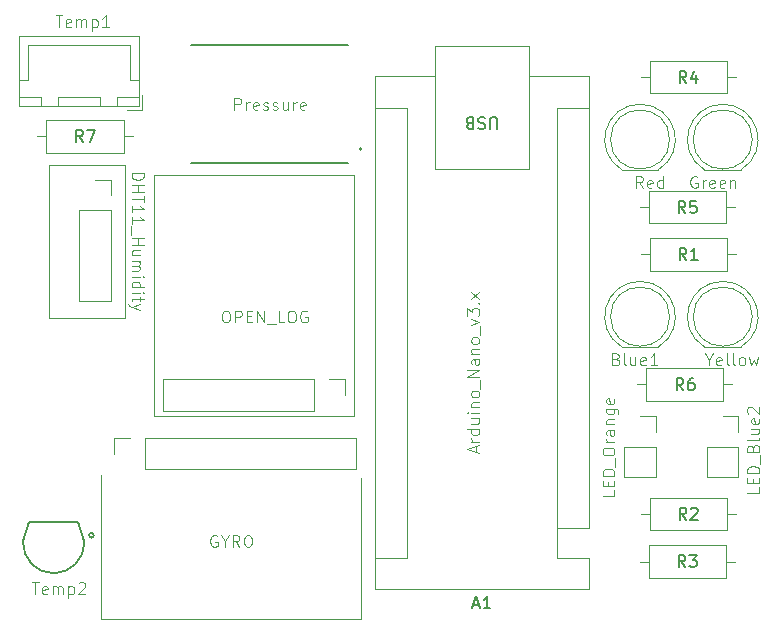
<source format=gbr>
%TF.GenerationSoftware,KiCad,Pcbnew,9.0.0*%
%TF.CreationDate,2025-03-09T23:23:25-06:00*%
%TF.ProjectId,weather_baloon,77656174-6865-4725-9f62-616c6f6f6e2e,rev?*%
%TF.SameCoordinates,Original*%
%TF.FileFunction,Legend,Top*%
%TF.FilePolarity,Positive*%
%FSLAX46Y46*%
G04 Gerber Fmt 4.6, Leading zero omitted, Abs format (unit mm)*
G04 Created by KiCad (PCBNEW 9.0.0) date 2025-03-09 23:23:25*
%MOMM*%
%LPD*%
G01*
G04 APERTURE LIST*
%ADD10C,0.100000*%
%ADD11C,0.150000*%
%ADD12C,0.120000*%
%ADD13C,0.127000*%
%ADD14C,0.200000*%
G04 APERTURE END LIST*
D10*
X172600000Y-74500000D02*
X179000000Y-74500000D01*
X179000000Y-87500000D01*
X172600000Y-87500000D01*
X172600000Y-74500000D01*
X177000000Y-113000000D02*
X177000000Y-100775000D01*
X177000000Y-113000000D02*
X199000000Y-113000000D01*
X181500000Y-75420000D02*
X198460000Y-75420000D01*
X198460000Y-95800000D01*
X181500000Y-95800000D01*
X181500000Y-75420000D01*
X199000000Y-101000000D02*
X199000000Y-113000000D01*
X220472419Y-102079925D02*
X220472419Y-102556115D01*
X220472419Y-102556115D02*
X219472419Y-102556115D01*
X219948609Y-101746591D02*
X219948609Y-101413258D01*
X220472419Y-101270401D02*
X220472419Y-101746591D01*
X220472419Y-101746591D02*
X219472419Y-101746591D01*
X219472419Y-101746591D02*
X219472419Y-101270401D01*
X220472419Y-100841829D02*
X219472419Y-100841829D01*
X219472419Y-100841829D02*
X219472419Y-100603734D01*
X219472419Y-100603734D02*
X219520038Y-100460877D01*
X219520038Y-100460877D02*
X219615276Y-100365639D01*
X219615276Y-100365639D02*
X219710514Y-100318020D01*
X219710514Y-100318020D02*
X219900990Y-100270401D01*
X219900990Y-100270401D02*
X220043847Y-100270401D01*
X220043847Y-100270401D02*
X220234323Y-100318020D01*
X220234323Y-100318020D02*
X220329561Y-100365639D01*
X220329561Y-100365639D02*
X220424800Y-100460877D01*
X220424800Y-100460877D02*
X220472419Y-100603734D01*
X220472419Y-100603734D02*
X220472419Y-100841829D01*
X220567657Y-100079925D02*
X220567657Y-99318020D01*
X219472419Y-98889448D02*
X219472419Y-98698972D01*
X219472419Y-98698972D02*
X219520038Y-98603734D01*
X219520038Y-98603734D02*
X219615276Y-98508496D01*
X219615276Y-98508496D02*
X219805752Y-98460877D01*
X219805752Y-98460877D02*
X220139085Y-98460877D01*
X220139085Y-98460877D02*
X220329561Y-98508496D01*
X220329561Y-98508496D02*
X220424800Y-98603734D01*
X220424800Y-98603734D02*
X220472419Y-98698972D01*
X220472419Y-98698972D02*
X220472419Y-98889448D01*
X220472419Y-98889448D02*
X220424800Y-98984686D01*
X220424800Y-98984686D02*
X220329561Y-99079924D01*
X220329561Y-99079924D02*
X220139085Y-99127543D01*
X220139085Y-99127543D02*
X219805752Y-99127543D01*
X219805752Y-99127543D02*
X219615276Y-99079924D01*
X219615276Y-99079924D02*
X219520038Y-98984686D01*
X219520038Y-98984686D02*
X219472419Y-98889448D01*
X220472419Y-98032305D02*
X219805752Y-98032305D01*
X219996228Y-98032305D02*
X219900990Y-97984686D01*
X219900990Y-97984686D02*
X219853371Y-97937067D01*
X219853371Y-97937067D02*
X219805752Y-97841829D01*
X219805752Y-97841829D02*
X219805752Y-97746591D01*
X220472419Y-96984686D02*
X219948609Y-96984686D01*
X219948609Y-96984686D02*
X219853371Y-97032305D01*
X219853371Y-97032305D02*
X219805752Y-97127543D01*
X219805752Y-97127543D02*
X219805752Y-97318019D01*
X219805752Y-97318019D02*
X219853371Y-97413257D01*
X220424800Y-96984686D02*
X220472419Y-97079924D01*
X220472419Y-97079924D02*
X220472419Y-97318019D01*
X220472419Y-97318019D02*
X220424800Y-97413257D01*
X220424800Y-97413257D02*
X220329561Y-97460876D01*
X220329561Y-97460876D02*
X220234323Y-97460876D01*
X220234323Y-97460876D02*
X220139085Y-97413257D01*
X220139085Y-97413257D02*
X220091466Y-97318019D01*
X220091466Y-97318019D02*
X220091466Y-97079924D01*
X220091466Y-97079924D02*
X220043847Y-96984686D01*
X219805752Y-96508495D02*
X220472419Y-96508495D01*
X219900990Y-96508495D02*
X219853371Y-96460876D01*
X219853371Y-96460876D02*
X219805752Y-96365638D01*
X219805752Y-96365638D02*
X219805752Y-96222781D01*
X219805752Y-96222781D02*
X219853371Y-96127543D01*
X219853371Y-96127543D02*
X219948609Y-96079924D01*
X219948609Y-96079924D02*
X220472419Y-96079924D01*
X219805752Y-95175162D02*
X220615276Y-95175162D01*
X220615276Y-95175162D02*
X220710514Y-95222781D01*
X220710514Y-95222781D02*
X220758133Y-95270400D01*
X220758133Y-95270400D02*
X220805752Y-95365638D01*
X220805752Y-95365638D02*
X220805752Y-95508495D01*
X220805752Y-95508495D02*
X220758133Y-95603733D01*
X220424800Y-95175162D02*
X220472419Y-95270400D01*
X220472419Y-95270400D02*
X220472419Y-95460876D01*
X220472419Y-95460876D02*
X220424800Y-95556114D01*
X220424800Y-95556114D02*
X220377180Y-95603733D01*
X220377180Y-95603733D02*
X220281942Y-95651352D01*
X220281942Y-95651352D02*
X219996228Y-95651352D01*
X219996228Y-95651352D02*
X219900990Y-95603733D01*
X219900990Y-95603733D02*
X219853371Y-95556114D01*
X219853371Y-95556114D02*
X219805752Y-95460876D01*
X219805752Y-95460876D02*
X219805752Y-95270400D01*
X219805752Y-95270400D02*
X219853371Y-95175162D01*
X220424800Y-94318019D02*
X220472419Y-94413257D01*
X220472419Y-94413257D02*
X220472419Y-94603733D01*
X220472419Y-94603733D02*
X220424800Y-94698971D01*
X220424800Y-94698971D02*
X220329561Y-94746590D01*
X220329561Y-94746590D02*
X219948609Y-94746590D01*
X219948609Y-94746590D02*
X219853371Y-94698971D01*
X219853371Y-94698971D02*
X219805752Y-94603733D01*
X219805752Y-94603733D02*
X219805752Y-94413257D01*
X219805752Y-94413257D02*
X219853371Y-94318019D01*
X219853371Y-94318019D02*
X219948609Y-94270400D01*
X219948609Y-94270400D02*
X220043847Y-94270400D01*
X220043847Y-94270400D02*
X220139085Y-94746590D01*
X179627580Y-75223884D02*
X180627580Y-75223884D01*
X180627580Y-75223884D02*
X180627580Y-75461979D01*
X180627580Y-75461979D02*
X180579961Y-75604836D01*
X180579961Y-75604836D02*
X180484723Y-75700074D01*
X180484723Y-75700074D02*
X180389485Y-75747693D01*
X180389485Y-75747693D02*
X180199009Y-75795312D01*
X180199009Y-75795312D02*
X180056152Y-75795312D01*
X180056152Y-75795312D02*
X179865676Y-75747693D01*
X179865676Y-75747693D02*
X179770438Y-75700074D01*
X179770438Y-75700074D02*
X179675200Y-75604836D01*
X179675200Y-75604836D02*
X179627580Y-75461979D01*
X179627580Y-75461979D02*
X179627580Y-75223884D01*
X179627580Y-76223884D02*
X180627580Y-76223884D01*
X180151390Y-76223884D02*
X180151390Y-76795312D01*
X179627580Y-76795312D02*
X180627580Y-76795312D01*
X180627580Y-77128646D02*
X180627580Y-77700074D01*
X179627580Y-77414360D02*
X180627580Y-77414360D01*
X179627580Y-78557217D02*
X179627580Y-77985789D01*
X179627580Y-78271503D02*
X180627580Y-78271503D01*
X180627580Y-78271503D02*
X180484723Y-78176265D01*
X180484723Y-78176265D02*
X180389485Y-78081027D01*
X180389485Y-78081027D02*
X180341866Y-77985789D01*
X179627580Y-79509598D02*
X179627580Y-78938170D01*
X179627580Y-79223884D02*
X180627580Y-79223884D01*
X180627580Y-79223884D02*
X180484723Y-79128646D01*
X180484723Y-79128646D02*
X180389485Y-79033408D01*
X180389485Y-79033408D02*
X180341866Y-78938170D01*
X179532342Y-79700075D02*
X179532342Y-80461979D01*
X179627580Y-80700075D02*
X180627580Y-80700075D01*
X180151390Y-80700075D02*
X180151390Y-81271503D01*
X179627580Y-81271503D02*
X180627580Y-81271503D01*
X180294247Y-82176265D02*
X179627580Y-82176265D01*
X180294247Y-81747694D02*
X179770438Y-81747694D01*
X179770438Y-81747694D02*
X179675200Y-81795313D01*
X179675200Y-81795313D02*
X179627580Y-81890551D01*
X179627580Y-81890551D02*
X179627580Y-82033408D01*
X179627580Y-82033408D02*
X179675200Y-82128646D01*
X179675200Y-82128646D02*
X179722819Y-82176265D01*
X179627580Y-82652456D02*
X180294247Y-82652456D01*
X180199009Y-82652456D02*
X180246628Y-82700075D01*
X180246628Y-82700075D02*
X180294247Y-82795313D01*
X180294247Y-82795313D02*
X180294247Y-82938170D01*
X180294247Y-82938170D02*
X180246628Y-83033408D01*
X180246628Y-83033408D02*
X180151390Y-83081027D01*
X180151390Y-83081027D02*
X179627580Y-83081027D01*
X180151390Y-83081027D02*
X180246628Y-83128646D01*
X180246628Y-83128646D02*
X180294247Y-83223884D01*
X180294247Y-83223884D02*
X180294247Y-83366741D01*
X180294247Y-83366741D02*
X180246628Y-83461980D01*
X180246628Y-83461980D02*
X180151390Y-83509599D01*
X180151390Y-83509599D02*
X179627580Y-83509599D01*
X179627580Y-83985789D02*
X180294247Y-83985789D01*
X180627580Y-83985789D02*
X180579961Y-83938170D01*
X180579961Y-83938170D02*
X180532342Y-83985789D01*
X180532342Y-83985789D02*
X180579961Y-84033408D01*
X180579961Y-84033408D02*
X180627580Y-83985789D01*
X180627580Y-83985789D02*
X180532342Y-83985789D01*
X179627580Y-84890550D02*
X180627580Y-84890550D01*
X179675200Y-84890550D02*
X179627580Y-84795312D01*
X179627580Y-84795312D02*
X179627580Y-84604836D01*
X179627580Y-84604836D02*
X179675200Y-84509598D01*
X179675200Y-84509598D02*
X179722819Y-84461979D01*
X179722819Y-84461979D02*
X179818057Y-84414360D01*
X179818057Y-84414360D02*
X180103771Y-84414360D01*
X180103771Y-84414360D02*
X180199009Y-84461979D01*
X180199009Y-84461979D02*
X180246628Y-84509598D01*
X180246628Y-84509598D02*
X180294247Y-84604836D01*
X180294247Y-84604836D02*
X180294247Y-84795312D01*
X180294247Y-84795312D02*
X180246628Y-84890550D01*
X179627580Y-85366741D02*
X180294247Y-85366741D01*
X180627580Y-85366741D02*
X180579961Y-85319122D01*
X180579961Y-85319122D02*
X180532342Y-85366741D01*
X180532342Y-85366741D02*
X180579961Y-85414360D01*
X180579961Y-85414360D02*
X180627580Y-85366741D01*
X180627580Y-85366741D02*
X180532342Y-85366741D01*
X180294247Y-85700074D02*
X180294247Y-86081026D01*
X180627580Y-85842931D02*
X179770438Y-85842931D01*
X179770438Y-85842931D02*
X179675200Y-85890550D01*
X179675200Y-85890550D02*
X179627580Y-85985788D01*
X179627580Y-85985788D02*
X179627580Y-86081026D01*
X180294247Y-86319122D02*
X179627580Y-86557217D01*
X180294247Y-86795312D02*
X179627580Y-86557217D01*
X179627580Y-86557217D02*
X179389485Y-86461979D01*
X179389485Y-86461979D02*
X179341866Y-86414360D01*
X179341866Y-86414360D02*
X179294247Y-86319122D01*
X220637217Y-90958609D02*
X220780074Y-91006228D01*
X220780074Y-91006228D02*
X220827693Y-91053847D01*
X220827693Y-91053847D02*
X220875312Y-91149085D01*
X220875312Y-91149085D02*
X220875312Y-91291942D01*
X220875312Y-91291942D02*
X220827693Y-91387180D01*
X220827693Y-91387180D02*
X220780074Y-91434800D01*
X220780074Y-91434800D02*
X220684836Y-91482419D01*
X220684836Y-91482419D02*
X220303884Y-91482419D01*
X220303884Y-91482419D02*
X220303884Y-90482419D01*
X220303884Y-90482419D02*
X220637217Y-90482419D01*
X220637217Y-90482419D02*
X220732455Y-90530038D01*
X220732455Y-90530038D02*
X220780074Y-90577657D01*
X220780074Y-90577657D02*
X220827693Y-90672895D01*
X220827693Y-90672895D02*
X220827693Y-90768133D01*
X220827693Y-90768133D02*
X220780074Y-90863371D01*
X220780074Y-90863371D02*
X220732455Y-90910990D01*
X220732455Y-90910990D02*
X220637217Y-90958609D01*
X220637217Y-90958609D02*
X220303884Y-90958609D01*
X221446741Y-91482419D02*
X221351503Y-91434800D01*
X221351503Y-91434800D02*
X221303884Y-91339561D01*
X221303884Y-91339561D02*
X221303884Y-90482419D01*
X222256265Y-90815752D02*
X222256265Y-91482419D01*
X221827694Y-90815752D02*
X221827694Y-91339561D01*
X221827694Y-91339561D02*
X221875313Y-91434800D01*
X221875313Y-91434800D02*
X221970551Y-91482419D01*
X221970551Y-91482419D02*
X222113408Y-91482419D01*
X222113408Y-91482419D02*
X222208646Y-91434800D01*
X222208646Y-91434800D02*
X222256265Y-91387180D01*
X223113408Y-91434800D02*
X223018170Y-91482419D01*
X223018170Y-91482419D02*
X222827694Y-91482419D01*
X222827694Y-91482419D02*
X222732456Y-91434800D01*
X222732456Y-91434800D02*
X222684837Y-91339561D01*
X222684837Y-91339561D02*
X222684837Y-90958609D01*
X222684837Y-90958609D02*
X222732456Y-90863371D01*
X222732456Y-90863371D02*
X222827694Y-90815752D01*
X222827694Y-90815752D02*
X223018170Y-90815752D01*
X223018170Y-90815752D02*
X223113408Y-90863371D01*
X223113408Y-90863371D02*
X223161027Y-90958609D01*
X223161027Y-90958609D02*
X223161027Y-91053847D01*
X223161027Y-91053847D02*
X222684837Y-91149085D01*
X224113408Y-91482419D02*
X223541980Y-91482419D01*
X223827694Y-91482419D02*
X223827694Y-90482419D01*
X223827694Y-90482419D02*
X223732456Y-90625276D01*
X223732456Y-90625276D02*
X223637218Y-90720514D01*
X223637218Y-90720514D02*
X223541980Y-90768133D01*
X227477693Y-75530038D02*
X227382455Y-75482419D01*
X227382455Y-75482419D02*
X227239598Y-75482419D01*
X227239598Y-75482419D02*
X227096741Y-75530038D01*
X227096741Y-75530038D02*
X227001503Y-75625276D01*
X227001503Y-75625276D02*
X226953884Y-75720514D01*
X226953884Y-75720514D02*
X226906265Y-75910990D01*
X226906265Y-75910990D02*
X226906265Y-76053847D01*
X226906265Y-76053847D02*
X226953884Y-76244323D01*
X226953884Y-76244323D02*
X227001503Y-76339561D01*
X227001503Y-76339561D02*
X227096741Y-76434800D01*
X227096741Y-76434800D02*
X227239598Y-76482419D01*
X227239598Y-76482419D02*
X227334836Y-76482419D01*
X227334836Y-76482419D02*
X227477693Y-76434800D01*
X227477693Y-76434800D02*
X227525312Y-76387180D01*
X227525312Y-76387180D02*
X227525312Y-76053847D01*
X227525312Y-76053847D02*
X227334836Y-76053847D01*
X227953884Y-76482419D02*
X227953884Y-75815752D01*
X227953884Y-76006228D02*
X228001503Y-75910990D01*
X228001503Y-75910990D02*
X228049122Y-75863371D01*
X228049122Y-75863371D02*
X228144360Y-75815752D01*
X228144360Y-75815752D02*
X228239598Y-75815752D01*
X228953884Y-76434800D02*
X228858646Y-76482419D01*
X228858646Y-76482419D02*
X228668170Y-76482419D01*
X228668170Y-76482419D02*
X228572932Y-76434800D01*
X228572932Y-76434800D02*
X228525313Y-76339561D01*
X228525313Y-76339561D02*
X228525313Y-75958609D01*
X228525313Y-75958609D02*
X228572932Y-75863371D01*
X228572932Y-75863371D02*
X228668170Y-75815752D01*
X228668170Y-75815752D02*
X228858646Y-75815752D01*
X228858646Y-75815752D02*
X228953884Y-75863371D01*
X228953884Y-75863371D02*
X229001503Y-75958609D01*
X229001503Y-75958609D02*
X229001503Y-76053847D01*
X229001503Y-76053847D02*
X228525313Y-76149085D01*
X229811027Y-76434800D02*
X229715789Y-76482419D01*
X229715789Y-76482419D02*
X229525313Y-76482419D01*
X229525313Y-76482419D02*
X229430075Y-76434800D01*
X229430075Y-76434800D02*
X229382456Y-76339561D01*
X229382456Y-76339561D02*
X229382456Y-75958609D01*
X229382456Y-75958609D02*
X229430075Y-75863371D01*
X229430075Y-75863371D02*
X229525313Y-75815752D01*
X229525313Y-75815752D02*
X229715789Y-75815752D01*
X229715789Y-75815752D02*
X229811027Y-75863371D01*
X229811027Y-75863371D02*
X229858646Y-75958609D01*
X229858646Y-75958609D02*
X229858646Y-76053847D01*
X229858646Y-76053847D02*
X229382456Y-76149085D01*
X230287218Y-75815752D02*
X230287218Y-76482419D01*
X230287218Y-75910990D02*
X230334837Y-75863371D01*
X230334837Y-75863371D02*
X230430075Y-75815752D01*
X230430075Y-75815752D02*
X230572932Y-75815752D01*
X230572932Y-75815752D02*
X230668170Y-75863371D01*
X230668170Y-75863371D02*
X230715789Y-75958609D01*
X230715789Y-75958609D02*
X230715789Y-76482419D01*
X187494360Y-86872419D02*
X187684836Y-86872419D01*
X187684836Y-86872419D02*
X187780074Y-86920038D01*
X187780074Y-86920038D02*
X187875312Y-87015276D01*
X187875312Y-87015276D02*
X187922931Y-87205752D01*
X187922931Y-87205752D02*
X187922931Y-87539085D01*
X187922931Y-87539085D02*
X187875312Y-87729561D01*
X187875312Y-87729561D02*
X187780074Y-87824800D01*
X187780074Y-87824800D02*
X187684836Y-87872419D01*
X187684836Y-87872419D02*
X187494360Y-87872419D01*
X187494360Y-87872419D02*
X187399122Y-87824800D01*
X187399122Y-87824800D02*
X187303884Y-87729561D01*
X187303884Y-87729561D02*
X187256265Y-87539085D01*
X187256265Y-87539085D02*
X187256265Y-87205752D01*
X187256265Y-87205752D02*
X187303884Y-87015276D01*
X187303884Y-87015276D02*
X187399122Y-86920038D01*
X187399122Y-86920038D02*
X187494360Y-86872419D01*
X188351503Y-87872419D02*
X188351503Y-86872419D01*
X188351503Y-86872419D02*
X188732455Y-86872419D01*
X188732455Y-86872419D02*
X188827693Y-86920038D01*
X188827693Y-86920038D02*
X188875312Y-86967657D01*
X188875312Y-86967657D02*
X188922931Y-87062895D01*
X188922931Y-87062895D02*
X188922931Y-87205752D01*
X188922931Y-87205752D02*
X188875312Y-87300990D01*
X188875312Y-87300990D02*
X188827693Y-87348609D01*
X188827693Y-87348609D02*
X188732455Y-87396228D01*
X188732455Y-87396228D02*
X188351503Y-87396228D01*
X189351503Y-87348609D02*
X189684836Y-87348609D01*
X189827693Y-87872419D02*
X189351503Y-87872419D01*
X189351503Y-87872419D02*
X189351503Y-86872419D01*
X189351503Y-86872419D02*
X189827693Y-86872419D01*
X190256265Y-87872419D02*
X190256265Y-86872419D01*
X190256265Y-86872419D02*
X190827693Y-87872419D01*
X190827693Y-87872419D02*
X190827693Y-86872419D01*
X191065789Y-87967657D02*
X191827693Y-87967657D01*
X192541979Y-87872419D02*
X192065789Y-87872419D01*
X192065789Y-87872419D02*
X192065789Y-86872419D01*
X193065789Y-86872419D02*
X193256265Y-86872419D01*
X193256265Y-86872419D02*
X193351503Y-86920038D01*
X193351503Y-86920038D02*
X193446741Y-87015276D01*
X193446741Y-87015276D02*
X193494360Y-87205752D01*
X193494360Y-87205752D02*
X193494360Y-87539085D01*
X193494360Y-87539085D02*
X193446741Y-87729561D01*
X193446741Y-87729561D02*
X193351503Y-87824800D01*
X193351503Y-87824800D02*
X193256265Y-87872419D01*
X193256265Y-87872419D02*
X193065789Y-87872419D01*
X193065789Y-87872419D02*
X192970551Y-87824800D01*
X192970551Y-87824800D02*
X192875313Y-87729561D01*
X192875313Y-87729561D02*
X192827694Y-87539085D01*
X192827694Y-87539085D02*
X192827694Y-87205752D01*
X192827694Y-87205752D02*
X192875313Y-87015276D01*
X192875313Y-87015276D02*
X192970551Y-86920038D01*
X192970551Y-86920038D02*
X193065789Y-86872419D01*
X194446741Y-86920038D02*
X194351503Y-86872419D01*
X194351503Y-86872419D02*
X194208646Y-86872419D01*
X194208646Y-86872419D02*
X194065789Y-86920038D01*
X194065789Y-86920038D02*
X193970551Y-87015276D01*
X193970551Y-87015276D02*
X193922932Y-87110514D01*
X193922932Y-87110514D02*
X193875313Y-87300990D01*
X193875313Y-87300990D02*
X193875313Y-87443847D01*
X193875313Y-87443847D02*
X193922932Y-87634323D01*
X193922932Y-87634323D02*
X193970551Y-87729561D01*
X193970551Y-87729561D02*
X194065789Y-87824800D01*
X194065789Y-87824800D02*
X194208646Y-87872419D01*
X194208646Y-87872419D02*
X194303884Y-87872419D01*
X194303884Y-87872419D02*
X194446741Y-87824800D01*
X194446741Y-87824800D02*
X194494360Y-87777180D01*
X194494360Y-87777180D02*
X194494360Y-87443847D01*
X194494360Y-87443847D02*
X194303884Y-87443847D01*
X232732419Y-101829925D02*
X232732419Y-102306115D01*
X232732419Y-102306115D02*
X231732419Y-102306115D01*
X232208609Y-101496591D02*
X232208609Y-101163258D01*
X232732419Y-101020401D02*
X232732419Y-101496591D01*
X232732419Y-101496591D02*
X231732419Y-101496591D01*
X231732419Y-101496591D02*
X231732419Y-101020401D01*
X232732419Y-100591829D02*
X231732419Y-100591829D01*
X231732419Y-100591829D02*
X231732419Y-100353734D01*
X231732419Y-100353734D02*
X231780038Y-100210877D01*
X231780038Y-100210877D02*
X231875276Y-100115639D01*
X231875276Y-100115639D02*
X231970514Y-100068020D01*
X231970514Y-100068020D02*
X232160990Y-100020401D01*
X232160990Y-100020401D02*
X232303847Y-100020401D01*
X232303847Y-100020401D02*
X232494323Y-100068020D01*
X232494323Y-100068020D02*
X232589561Y-100115639D01*
X232589561Y-100115639D02*
X232684800Y-100210877D01*
X232684800Y-100210877D02*
X232732419Y-100353734D01*
X232732419Y-100353734D02*
X232732419Y-100591829D01*
X232827657Y-99829925D02*
X232827657Y-99068020D01*
X232208609Y-98496591D02*
X232256228Y-98353734D01*
X232256228Y-98353734D02*
X232303847Y-98306115D01*
X232303847Y-98306115D02*
X232399085Y-98258496D01*
X232399085Y-98258496D02*
X232541942Y-98258496D01*
X232541942Y-98258496D02*
X232637180Y-98306115D01*
X232637180Y-98306115D02*
X232684800Y-98353734D01*
X232684800Y-98353734D02*
X232732419Y-98448972D01*
X232732419Y-98448972D02*
X232732419Y-98829924D01*
X232732419Y-98829924D02*
X231732419Y-98829924D01*
X231732419Y-98829924D02*
X231732419Y-98496591D01*
X231732419Y-98496591D02*
X231780038Y-98401353D01*
X231780038Y-98401353D02*
X231827657Y-98353734D01*
X231827657Y-98353734D02*
X231922895Y-98306115D01*
X231922895Y-98306115D02*
X232018133Y-98306115D01*
X232018133Y-98306115D02*
X232113371Y-98353734D01*
X232113371Y-98353734D02*
X232160990Y-98401353D01*
X232160990Y-98401353D02*
X232208609Y-98496591D01*
X232208609Y-98496591D02*
X232208609Y-98829924D01*
X232732419Y-97687067D02*
X232684800Y-97782305D01*
X232684800Y-97782305D02*
X232589561Y-97829924D01*
X232589561Y-97829924D02*
X231732419Y-97829924D01*
X232065752Y-96877543D02*
X232732419Y-96877543D01*
X232065752Y-97306114D02*
X232589561Y-97306114D01*
X232589561Y-97306114D02*
X232684800Y-97258495D01*
X232684800Y-97258495D02*
X232732419Y-97163257D01*
X232732419Y-97163257D02*
X232732419Y-97020400D01*
X232732419Y-97020400D02*
X232684800Y-96925162D01*
X232684800Y-96925162D02*
X232637180Y-96877543D01*
X232684800Y-96020400D02*
X232732419Y-96115638D01*
X232732419Y-96115638D02*
X232732419Y-96306114D01*
X232732419Y-96306114D02*
X232684800Y-96401352D01*
X232684800Y-96401352D02*
X232589561Y-96448971D01*
X232589561Y-96448971D02*
X232208609Y-96448971D01*
X232208609Y-96448971D02*
X232113371Y-96401352D01*
X232113371Y-96401352D02*
X232065752Y-96306114D01*
X232065752Y-96306114D02*
X232065752Y-96115638D01*
X232065752Y-96115638D02*
X232113371Y-96020400D01*
X232113371Y-96020400D02*
X232208609Y-95972781D01*
X232208609Y-95972781D02*
X232303847Y-95972781D01*
X232303847Y-95972781D02*
X232399085Y-96448971D01*
X231827657Y-95591828D02*
X231780038Y-95544209D01*
X231780038Y-95544209D02*
X231732419Y-95448971D01*
X231732419Y-95448971D02*
X231732419Y-95210876D01*
X231732419Y-95210876D02*
X231780038Y-95115638D01*
X231780038Y-95115638D02*
X231827657Y-95068019D01*
X231827657Y-95068019D02*
X231922895Y-95020400D01*
X231922895Y-95020400D02*
X232018133Y-95020400D01*
X232018133Y-95020400D02*
X232160990Y-95068019D01*
X232160990Y-95068019D02*
X232732419Y-95639447D01*
X232732419Y-95639447D02*
X232732419Y-95020400D01*
X228494360Y-91006228D02*
X228494360Y-91482419D01*
X228161027Y-90482419D02*
X228494360Y-91006228D01*
X228494360Y-91006228D02*
X228827693Y-90482419D01*
X229541979Y-91434800D02*
X229446741Y-91482419D01*
X229446741Y-91482419D02*
X229256265Y-91482419D01*
X229256265Y-91482419D02*
X229161027Y-91434800D01*
X229161027Y-91434800D02*
X229113408Y-91339561D01*
X229113408Y-91339561D02*
X229113408Y-90958609D01*
X229113408Y-90958609D02*
X229161027Y-90863371D01*
X229161027Y-90863371D02*
X229256265Y-90815752D01*
X229256265Y-90815752D02*
X229446741Y-90815752D01*
X229446741Y-90815752D02*
X229541979Y-90863371D01*
X229541979Y-90863371D02*
X229589598Y-90958609D01*
X229589598Y-90958609D02*
X229589598Y-91053847D01*
X229589598Y-91053847D02*
X229113408Y-91149085D01*
X230161027Y-91482419D02*
X230065789Y-91434800D01*
X230065789Y-91434800D02*
X230018170Y-91339561D01*
X230018170Y-91339561D02*
X230018170Y-90482419D01*
X230684837Y-91482419D02*
X230589599Y-91434800D01*
X230589599Y-91434800D02*
X230541980Y-91339561D01*
X230541980Y-91339561D02*
X230541980Y-90482419D01*
X231208647Y-91482419D02*
X231113409Y-91434800D01*
X231113409Y-91434800D02*
X231065790Y-91387180D01*
X231065790Y-91387180D02*
X231018171Y-91291942D01*
X231018171Y-91291942D02*
X231018171Y-91006228D01*
X231018171Y-91006228D02*
X231065790Y-90910990D01*
X231065790Y-90910990D02*
X231113409Y-90863371D01*
X231113409Y-90863371D02*
X231208647Y-90815752D01*
X231208647Y-90815752D02*
X231351504Y-90815752D01*
X231351504Y-90815752D02*
X231446742Y-90863371D01*
X231446742Y-90863371D02*
X231494361Y-90910990D01*
X231494361Y-90910990D02*
X231541980Y-91006228D01*
X231541980Y-91006228D02*
X231541980Y-91291942D01*
X231541980Y-91291942D02*
X231494361Y-91387180D01*
X231494361Y-91387180D02*
X231446742Y-91434800D01*
X231446742Y-91434800D02*
X231351504Y-91482419D01*
X231351504Y-91482419D02*
X231208647Y-91482419D01*
X231875314Y-90815752D02*
X232065790Y-91482419D01*
X232065790Y-91482419D02*
X232256266Y-91006228D01*
X232256266Y-91006228D02*
X232446742Y-91482419D01*
X232446742Y-91482419D02*
X232637218Y-90815752D01*
X173161027Y-61872419D02*
X173732455Y-61872419D01*
X173446741Y-62872419D02*
X173446741Y-61872419D01*
X174446741Y-62824800D02*
X174351503Y-62872419D01*
X174351503Y-62872419D02*
X174161027Y-62872419D01*
X174161027Y-62872419D02*
X174065789Y-62824800D01*
X174065789Y-62824800D02*
X174018170Y-62729561D01*
X174018170Y-62729561D02*
X174018170Y-62348609D01*
X174018170Y-62348609D02*
X174065789Y-62253371D01*
X174065789Y-62253371D02*
X174161027Y-62205752D01*
X174161027Y-62205752D02*
X174351503Y-62205752D01*
X174351503Y-62205752D02*
X174446741Y-62253371D01*
X174446741Y-62253371D02*
X174494360Y-62348609D01*
X174494360Y-62348609D02*
X174494360Y-62443847D01*
X174494360Y-62443847D02*
X174018170Y-62539085D01*
X174922932Y-62872419D02*
X174922932Y-62205752D01*
X174922932Y-62300990D02*
X174970551Y-62253371D01*
X174970551Y-62253371D02*
X175065789Y-62205752D01*
X175065789Y-62205752D02*
X175208646Y-62205752D01*
X175208646Y-62205752D02*
X175303884Y-62253371D01*
X175303884Y-62253371D02*
X175351503Y-62348609D01*
X175351503Y-62348609D02*
X175351503Y-62872419D01*
X175351503Y-62348609D02*
X175399122Y-62253371D01*
X175399122Y-62253371D02*
X175494360Y-62205752D01*
X175494360Y-62205752D02*
X175637217Y-62205752D01*
X175637217Y-62205752D02*
X175732456Y-62253371D01*
X175732456Y-62253371D02*
X175780075Y-62348609D01*
X175780075Y-62348609D02*
X175780075Y-62872419D01*
X176256265Y-62205752D02*
X176256265Y-63205752D01*
X176256265Y-62253371D02*
X176351503Y-62205752D01*
X176351503Y-62205752D02*
X176541979Y-62205752D01*
X176541979Y-62205752D02*
X176637217Y-62253371D01*
X176637217Y-62253371D02*
X176684836Y-62300990D01*
X176684836Y-62300990D02*
X176732455Y-62396228D01*
X176732455Y-62396228D02*
X176732455Y-62681942D01*
X176732455Y-62681942D02*
X176684836Y-62777180D01*
X176684836Y-62777180D02*
X176637217Y-62824800D01*
X176637217Y-62824800D02*
X176541979Y-62872419D01*
X176541979Y-62872419D02*
X176351503Y-62872419D01*
X176351503Y-62872419D02*
X176256265Y-62824800D01*
X177684836Y-62872419D02*
X177113408Y-62872419D01*
X177399122Y-62872419D02*
X177399122Y-61872419D01*
X177399122Y-61872419D02*
X177303884Y-62015276D01*
X177303884Y-62015276D02*
X177208646Y-62110514D01*
X177208646Y-62110514D02*
X177113408Y-62158133D01*
X186827693Y-105920038D02*
X186732455Y-105872419D01*
X186732455Y-105872419D02*
X186589598Y-105872419D01*
X186589598Y-105872419D02*
X186446741Y-105920038D01*
X186446741Y-105920038D02*
X186351503Y-106015276D01*
X186351503Y-106015276D02*
X186303884Y-106110514D01*
X186303884Y-106110514D02*
X186256265Y-106300990D01*
X186256265Y-106300990D02*
X186256265Y-106443847D01*
X186256265Y-106443847D02*
X186303884Y-106634323D01*
X186303884Y-106634323D02*
X186351503Y-106729561D01*
X186351503Y-106729561D02*
X186446741Y-106824800D01*
X186446741Y-106824800D02*
X186589598Y-106872419D01*
X186589598Y-106872419D02*
X186684836Y-106872419D01*
X186684836Y-106872419D02*
X186827693Y-106824800D01*
X186827693Y-106824800D02*
X186875312Y-106777180D01*
X186875312Y-106777180D02*
X186875312Y-106443847D01*
X186875312Y-106443847D02*
X186684836Y-106443847D01*
X187494360Y-106396228D02*
X187494360Y-106872419D01*
X187161027Y-105872419D02*
X187494360Y-106396228D01*
X187494360Y-106396228D02*
X187827693Y-105872419D01*
X188732455Y-106872419D02*
X188399122Y-106396228D01*
X188161027Y-106872419D02*
X188161027Y-105872419D01*
X188161027Y-105872419D02*
X188541979Y-105872419D01*
X188541979Y-105872419D02*
X188637217Y-105920038D01*
X188637217Y-105920038D02*
X188684836Y-105967657D01*
X188684836Y-105967657D02*
X188732455Y-106062895D01*
X188732455Y-106062895D02*
X188732455Y-106205752D01*
X188732455Y-106205752D02*
X188684836Y-106300990D01*
X188684836Y-106300990D02*
X188637217Y-106348609D01*
X188637217Y-106348609D02*
X188541979Y-106396228D01*
X188541979Y-106396228D02*
X188161027Y-106396228D01*
X189351503Y-105872419D02*
X189541979Y-105872419D01*
X189541979Y-105872419D02*
X189637217Y-105920038D01*
X189637217Y-105920038D02*
X189732455Y-106015276D01*
X189732455Y-106015276D02*
X189780074Y-106205752D01*
X189780074Y-106205752D02*
X189780074Y-106539085D01*
X189780074Y-106539085D02*
X189732455Y-106729561D01*
X189732455Y-106729561D02*
X189637217Y-106824800D01*
X189637217Y-106824800D02*
X189541979Y-106872419D01*
X189541979Y-106872419D02*
X189351503Y-106872419D01*
X189351503Y-106872419D02*
X189256265Y-106824800D01*
X189256265Y-106824800D02*
X189161027Y-106729561D01*
X189161027Y-106729561D02*
X189113408Y-106539085D01*
X189113408Y-106539085D02*
X189113408Y-106205752D01*
X189113408Y-106205752D02*
X189161027Y-106015276D01*
X189161027Y-106015276D02*
X189256265Y-105920038D01*
X189256265Y-105920038D02*
X189351503Y-105872419D01*
X171161027Y-109872419D02*
X171732455Y-109872419D01*
X171446741Y-110872419D02*
X171446741Y-109872419D01*
X172446741Y-110824800D02*
X172351503Y-110872419D01*
X172351503Y-110872419D02*
X172161027Y-110872419D01*
X172161027Y-110872419D02*
X172065789Y-110824800D01*
X172065789Y-110824800D02*
X172018170Y-110729561D01*
X172018170Y-110729561D02*
X172018170Y-110348609D01*
X172018170Y-110348609D02*
X172065789Y-110253371D01*
X172065789Y-110253371D02*
X172161027Y-110205752D01*
X172161027Y-110205752D02*
X172351503Y-110205752D01*
X172351503Y-110205752D02*
X172446741Y-110253371D01*
X172446741Y-110253371D02*
X172494360Y-110348609D01*
X172494360Y-110348609D02*
X172494360Y-110443847D01*
X172494360Y-110443847D02*
X172018170Y-110539085D01*
X172922932Y-110872419D02*
X172922932Y-110205752D01*
X172922932Y-110300990D02*
X172970551Y-110253371D01*
X172970551Y-110253371D02*
X173065789Y-110205752D01*
X173065789Y-110205752D02*
X173208646Y-110205752D01*
X173208646Y-110205752D02*
X173303884Y-110253371D01*
X173303884Y-110253371D02*
X173351503Y-110348609D01*
X173351503Y-110348609D02*
X173351503Y-110872419D01*
X173351503Y-110348609D02*
X173399122Y-110253371D01*
X173399122Y-110253371D02*
X173494360Y-110205752D01*
X173494360Y-110205752D02*
X173637217Y-110205752D01*
X173637217Y-110205752D02*
X173732456Y-110253371D01*
X173732456Y-110253371D02*
X173780075Y-110348609D01*
X173780075Y-110348609D02*
X173780075Y-110872419D01*
X174256265Y-110205752D02*
X174256265Y-111205752D01*
X174256265Y-110253371D02*
X174351503Y-110205752D01*
X174351503Y-110205752D02*
X174541979Y-110205752D01*
X174541979Y-110205752D02*
X174637217Y-110253371D01*
X174637217Y-110253371D02*
X174684836Y-110300990D01*
X174684836Y-110300990D02*
X174732455Y-110396228D01*
X174732455Y-110396228D02*
X174732455Y-110681942D01*
X174732455Y-110681942D02*
X174684836Y-110777180D01*
X174684836Y-110777180D02*
X174637217Y-110824800D01*
X174637217Y-110824800D02*
X174541979Y-110872419D01*
X174541979Y-110872419D02*
X174351503Y-110872419D01*
X174351503Y-110872419D02*
X174256265Y-110824800D01*
X175113408Y-109967657D02*
X175161027Y-109920038D01*
X175161027Y-109920038D02*
X175256265Y-109872419D01*
X175256265Y-109872419D02*
X175494360Y-109872419D01*
X175494360Y-109872419D02*
X175589598Y-109920038D01*
X175589598Y-109920038D02*
X175637217Y-109967657D01*
X175637217Y-109967657D02*
X175684836Y-110062895D01*
X175684836Y-110062895D02*
X175684836Y-110158133D01*
X175684836Y-110158133D02*
X175637217Y-110300990D01*
X175637217Y-110300990D02*
X175065789Y-110872419D01*
X175065789Y-110872419D02*
X175684836Y-110872419D01*
X222875312Y-76482419D02*
X222541979Y-76006228D01*
X222303884Y-76482419D02*
X222303884Y-75482419D01*
X222303884Y-75482419D02*
X222684836Y-75482419D01*
X222684836Y-75482419D02*
X222780074Y-75530038D01*
X222780074Y-75530038D02*
X222827693Y-75577657D01*
X222827693Y-75577657D02*
X222875312Y-75672895D01*
X222875312Y-75672895D02*
X222875312Y-75815752D01*
X222875312Y-75815752D02*
X222827693Y-75910990D01*
X222827693Y-75910990D02*
X222780074Y-75958609D01*
X222780074Y-75958609D02*
X222684836Y-76006228D01*
X222684836Y-76006228D02*
X222303884Y-76006228D01*
X223684836Y-76434800D02*
X223589598Y-76482419D01*
X223589598Y-76482419D02*
X223399122Y-76482419D01*
X223399122Y-76482419D02*
X223303884Y-76434800D01*
X223303884Y-76434800D02*
X223256265Y-76339561D01*
X223256265Y-76339561D02*
X223256265Y-75958609D01*
X223256265Y-75958609D02*
X223303884Y-75863371D01*
X223303884Y-75863371D02*
X223399122Y-75815752D01*
X223399122Y-75815752D02*
X223589598Y-75815752D01*
X223589598Y-75815752D02*
X223684836Y-75863371D01*
X223684836Y-75863371D02*
X223732455Y-75958609D01*
X223732455Y-75958609D02*
X223732455Y-76053847D01*
X223732455Y-76053847D02*
X223256265Y-76149085D01*
X224589598Y-76482419D02*
X224589598Y-75482419D01*
X224589598Y-76434800D02*
X224494360Y-76482419D01*
X224494360Y-76482419D02*
X224303884Y-76482419D01*
X224303884Y-76482419D02*
X224208646Y-76434800D01*
X224208646Y-76434800D02*
X224161027Y-76387180D01*
X224161027Y-76387180D02*
X224113408Y-76291942D01*
X224113408Y-76291942D02*
X224113408Y-76006228D01*
X224113408Y-76006228D02*
X224161027Y-75910990D01*
X224161027Y-75910990D02*
X224208646Y-75863371D01*
X224208646Y-75863371D02*
X224303884Y-75815752D01*
X224303884Y-75815752D02*
X224494360Y-75815752D01*
X224494360Y-75815752D02*
X224589598Y-75863371D01*
X188303884Y-69872419D02*
X188303884Y-68872419D01*
X188303884Y-68872419D02*
X188684836Y-68872419D01*
X188684836Y-68872419D02*
X188780074Y-68920038D01*
X188780074Y-68920038D02*
X188827693Y-68967657D01*
X188827693Y-68967657D02*
X188875312Y-69062895D01*
X188875312Y-69062895D02*
X188875312Y-69205752D01*
X188875312Y-69205752D02*
X188827693Y-69300990D01*
X188827693Y-69300990D02*
X188780074Y-69348609D01*
X188780074Y-69348609D02*
X188684836Y-69396228D01*
X188684836Y-69396228D02*
X188303884Y-69396228D01*
X189303884Y-69872419D02*
X189303884Y-69205752D01*
X189303884Y-69396228D02*
X189351503Y-69300990D01*
X189351503Y-69300990D02*
X189399122Y-69253371D01*
X189399122Y-69253371D02*
X189494360Y-69205752D01*
X189494360Y-69205752D02*
X189589598Y-69205752D01*
X190303884Y-69824800D02*
X190208646Y-69872419D01*
X190208646Y-69872419D02*
X190018170Y-69872419D01*
X190018170Y-69872419D02*
X189922932Y-69824800D01*
X189922932Y-69824800D02*
X189875313Y-69729561D01*
X189875313Y-69729561D02*
X189875313Y-69348609D01*
X189875313Y-69348609D02*
X189922932Y-69253371D01*
X189922932Y-69253371D02*
X190018170Y-69205752D01*
X190018170Y-69205752D02*
X190208646Y-69205752D01*
X190208646Y-69205752D02*
X190303884Y-69253371D01*
X190303884Y-69253371D02*
X190351503Y-69348609D01*
X190351503Y-69348609D02*
X190351503Y-69443847D01*
X190351503Y-69443847D02*
X189875313Y-69539085D01*
X190732456Y-69824800D02*
X190827694Y-69872419D01*
X190827694Y-69872419D02*
X191018170Y-69872419D01*
X191018170Y-69872419D02*
X191113408Y-69824800D01*
X191113408Y-69824800D02*
X191161027Y-69729561D01*
X191161027Y-69729561D02*
X191161027Y-69681942D01*
X191161027Y-69681942D02*
X191113408Y-69586704D01*
X191113408Y-69586704D02*
X191018170Y-69539085D01*
X191018170Y-69539085D02*
X190875313Y-69539085D01*
X190875313Y-69539085D02*
X190780075Y-69491466D01*
X190780075Y-69491466D02*
X190732456Y-69396228D01*
X190732456Y-69396228D02*
X190732456Y-69348609D01*
X190732456Y-69348609D02*
X190780075Y-69253371D01*
X190780075Y-69253371D02*
X190875313Y-69205752D01*
X190875313Y-69205752D02*
X191018170Y-69205752D01*
X191018170Y-69205752D02*
X191113408Y-69253371D01*
X191541980Y-69824800D02*
X191637218Y-69872419D01*
X191637218Y-69872419D02*
X191827694Y-69872419D01*
X191827694Y-69872419D02*
X191922932Y-69824800D01*
X191922932Y-69824800D02*
X191970551Y-69729561D01*
X191970551Y-69729561D02*
X191970551Y-69681942D01*
X191970551Y-69681942D02*
X191922932Y-69586704D01*
X191922932Y-69586704D02*
X191827694Y-69539085D01*
X191827694Y-69539085D02*
X191684837Y-69539085D01*
X191684837Y-69539085D02*
X191589599Y-69491466D01*
X191589599Y-69491466D02*
X191541980Y-69396228D01*
X191541980Y-69396228D02*
X191541980Y-69348609D01*
X191541980Y-69348609D02*
X191589599Y-69253371D01*
X191589599Y-69253371D02*
X191684837Y-69205752D01*
X191684837Y-69205752D02*
X191827694Y-69205752D01*
X191827694Y-69205752D02*
X191922932Y-69253371D01*
X192827694Y-69205752D02*
X192827694Y-69872419D01*
X192399123Y-69205752D02*
X192399123Y-69729561D01*
X192399123Y-69729561D02*
X192446742Y-69824800D01*
X192446742Y-69824800D02*
X192541980Y-69872419D01*
X192541980Y-69872419D02*
X192684837Y-69872419D01*
X192684837Y-69872419D02*
X192780075Y-69824800D01*
X192780075Y-69824800D02*
X192827694Y-69777180D01*
X193303885Y-69872419D02*
X193303885Y-69205752D01*
X193303885Y-69396228D02*
X193351504Y-69300990D01*
X193351504Y-69300990D02*
X193399123Y-69253371D01*
X193399123Y-69253371D02*
X193494361Y-69205752D01*
X193494361Y-69205752D02*
X193589599Y-69205752D01*
X194303885Y-69824800D02*
X194208647Y-69872419D01*
X194208647Y-69872419D02*
X194018171Y-69872419D01*
X194018171Y-69872419D02*
X193922933Y-69824800D01*
X193922933Y-69824800D02*
X193875314Y-69729561D01*
X193875314Y-69729561D02*
X193875314Y-69348609D01*
X193875314Y-69348609D02*
X193922933Y-69253371D01*
X193922933Y-69253371D02*
X194018171Y-69205752D01*
X194018171Y-69205752D02*
X194208647Y-69205752D01*
X194208647Y-69205752D02*
X194303885Y-69253371D01*
X194303885Y-69253371D02*
X194351504Y-69348609D01*
X194351504Y-69348609D02*
X194351504Y-69443847D01*
X194351504Y-69443847D02*
X193875314Y-69539085D01*
X208736704Y-98853734D02*
X208736704Y-98377544D01*
X209022419Y-98948972D02*
X208022419Y-98615639D01*
X208022419Y-98615639D02*
X209022419Y-98282306D01*
X209022419Y-97948972D02*
X208355752Y-97948972D01*
X208546228Y-97948972D02*
X208450990Y-97901353D01*
X208450990Y-97901353D02*
X208403371Y-97853734D01*
X208403371Y-97853734D02*
X208355752Y-97758496D01*
X208355752Y-97758496D02*
X208355752Y-97663258D01*
X209022419Y-96901353D02*
X208022419Y-96901353D01*
X208974800Y-96901353D02*
X209022419Y-96996591D01*
X209022419Y-96996591D02*
X209022419Y-97187067D01*
X209022419Y-97187067D02*
X208974800Y-97282305D01*
X208974800Y-97282305D02*
X208927180Y-97329924D01*
X208927180Y-97329924D02*
X208831942Y-97377543D01*
X208831942Y-97377543D02*
X208546228Y-97377543D01*
X208546228Y-97377543D02*
X208450990Y-97329924D01*
X208450990Y-97329924D02*
X208403371Y-97282305D01*
X208403371Y-97282305D02*
X208355752Y-97187067D01*
X208355752Y-97187067D02*
X208355752Y-96996591D01*
X208355752Y-96996591D02*
X208403371Y-96901353D01*
X208355752Y-95996591D02*
X209022419Y-95996591D01*
X208355752Y-96425162D02*
X208879561Y-96425162D01*
X208879561Y-96425162D02*
X208974800Y-96377543D01*
X208974800Y-96377543D02*
X209022419Y-96282305D01*
X209022419Y-96282305D02*
X209022419Y-96139448D01*
X209022419Y-96139448D02*
X208974800Y-96044210D01*
X208974800Y-96044210D02*
X208927180Y-95996591D01*
X209022419Y-95520400D02*
X208355752Y-95520400D01*
X208022419Y-95520400D02*
X208070038Y-95568019D01*
X208070038Y-95568019D02*
X208117657Y-95520400D01*
X208117657Y-95520400D02*
X208070038Y-95472781D01*
X208070038Y-95472781D02*
X208022419Y-95520400D01*
X208022419Y-95520400D02*
X208117657Y-95520400D01*
X208355752Y-95044210D02*
X209022419Y-95044210D01*
X208450990Y-95044210D02*
X208403371Y-94996591D01*
X208403371Y-94996591D02*
X208355752Y-94901353D01*
X208355752Y-94901353D02*
X208355752Y-94758496D01*
X208355752Y-94758496D02*
X208403371Y-94663258D01*
X208403371Y-94663258D02*
X208498609Y-94615639D01*
X208498609Y-94615639D02*
X209022419Y-94615639D01*
X209022419Y-93996591D02*
X208974800Y-94091829D01*
X208974800Y-94091829D02*
X208927180Y-94139448D01*
X208927180Y-94139448D02*
X208831942Y-94187067D01*
X208831942Y-94187067D02*
X208546228Y-94187067D01*
X208546228Y-94187067D02*
X208450990Y-94139448D01*
X208450990Y-94139448D02*
X208403371Y-94091829D01*
X208403371Y-94091829D02*
X208355752Y-93996591D01*
X208355752Y-93996591D02*
X208355752Y-93853734D01*
X208355752Y-93853734D02*
X208403371Y-93758496D01*
X208403371Y-93758496D02*
X208450990Y-93710877D01*
X208450990Y-93710877D02*
X208546228Y-93663258D01*
X208546228Y-93663258D02*
X208831942Y-93663258D01*
X208831942Y-93663258D02*
X208927180Y-93710877D01*
X208927180Y-93710877D02*
X208974800Y-93758496D01*
X208974800Y-93758496D02*
X209022419Y-93853734D01*
X209022419Y-93853734D02*
X209022419Y-93996591D01*
X209117657Y-93472782D02*
X209117657Y-92710877D01*
X209022419Y-92472781D02*
X208022419Y-92472781D01*
X208022419Y-92472781D02*
X209022419Y-91901353D01*
X209022419Y-91901353D02*
X208022419Y-91901353D01*
X209022419Y-90996591D02*
X208498609Y-90996591D01*
X208498609Y-90996591D02*
X208403371Y-91044210D01*
X208403371Y-91044210D02*
X208355752Y-91139448D01*
X208355752Y-91139448D02*
X208355752Y-91329924D01*
X208355752Y-91329924D02*
X208403371Y-91425162D01*
X208974800Y-90996591D02*
X209022419Y-91091829D01*
X209022419Y-91091829D02*
X209022419Y-91329924D01*
X209022419Y-91329924D02*
X208974800Y-91425162D01*
X208974800Y-91425162D02*
X208879561Y-91472781D01*
X208879561Y-91472781D02*
X208784323Y-91472781D01*
X208784323Y-91472781D02*
X208689085Y-91425162D01*
X208689085Y-91425162D02*
X208641466Y-91329924D01*
X208641466Y-91329924D02*
X208641466Y-91091829D01*
X208641466Y-91091829D02*
X208593847Y-90996591D01*
X208355752Y-90520400D02*
X209022419Y-90520400D01*
X208450990Y-90520400D02*
X208403371Y-90472781D01*
X208403371Y-90472781D02*
X208355752Y-90377543D01*
X208355752Y-90377543D02*
X208355752Y-90234686D01*
X208355752Y-90234686D02*
X208403371Y-90139448D01*
X208403371Y-90139448D02*
X208498609Y-90091829D01*
X208498609Y-90091829D02*
X209022419Y-90091829D01*
X209022419Y-89472781D02*
X208974800Y-89568019D01*
X208974800Y-89568019D02*
X208927180Y-89615638D01*
X208927180Y-89615638D02*
X208831942Y-89663257D01*
X208831942Y-89663257D02*
X208546228Y-89663257D01*
X208546228Y-89663257D02*
X208450990Y-89615638D01*
X208450990Y-89615638D02*
X208403371Y-89568019D01*
X208403371Y-89568019D02*
X208355752Y-89472781D01*
X208355752Y-89472781D02*
X208355752Y-89329924D01*
X208355752Y-89329924D02*
X208403371Y-89234686D01*
X208403371Y-89234686D02*
X208450990Y-89187067D01*
X208450990Y-89187067D02*
X208546228Y-89139448D01*
X208546228Y-89139448D02*
X208831942Y-89139448D01*
X208831942Y-89139448D02*
X208927180Y-89187067D01*
X208927180Y-89187067D02*
X208974800Y-89234686D01*
X208974800Y-89234686D02*
X209022419Y-89329924D01*
X209022419Y-89329924D02*
X209022419Y-89472781D01*
X209117657Y-88948972D02*
X209117657Y-88187067D01*
X208355752Y-88044209D02*
X209022419Y-87806114D01*
X209022419Y-87806114D02*
X208355752Y-87568019D01*
X208022419Y-87282304D02*
X208022419Y-86663257D01*
X208022419Y-86663257D02*
X208403371Y-86996590D01*
X208403371Y-86996590D02*
X208403371Y-86853733D01*
X208403371Y-86853733D02*
X208450990Y-86758495D01*
X208450990Y-86758495D02*
X208498609Y-86710876D01*
X208498609Y-86710876D02*
X208593847Y-86663257D01*
X208593847Y-86663257D02*
X208831942Y-86663257D01*
X208831942Y-86663257D02*
X208927180Y-86710876D01*
X208927180Y-86710876D02*
X208974800Y-86758495D01*
X208974800Y-86758495D02*
X209022419Y-86853733D01*
X209022419Y-86853733D02*
X209022419Y-87139447D01*
X209022419Y-87139447D02*
X208974800Y-87234685D01*
X208974800Y-87234685D02*
X208927180Y-87282304D01*
X208927180Y-86234685D02*
X208974800Y-86187066D01*
X208974800Y-86187066D02*
X209022419Y-86234685D01*
X209022419Y-86234685D02*
X208974800Y-86282304D01*
X208974800Y-86282304D02*
X208927180Y-86234685D01*
X208927180Y-86234685D02*
X209022419Y-86234685D01*
X209022419Y-85853733D02*
X208355752Y-85329924D01*
X208355752Y-85853733D02*
X209022419Y-85329924D01*
D11*
X226483333Y-78604819D02*
X226150000Y-78128628D01*
X225911905Y-78604819D02*
X225911905Y-77604819D01*
X225911905Y-77604819D02*
X226292857Y-77604819D01*
X226292857Y-77604819D02*
X226388095Y-77652438D01*
X226388095Y-77652438D02*
X226435714Y-77700057D01*
X226435714Y-77700057D02*
X226483333Y-77795295D01*
X226483333Y-77795295D02*
X226483333Y-77938152D01*
X226483333Y-77938152D02*
X226435714Y-78033390D01*
X226435714Y-78033390D02*
X226388095Y-78081009D01*
X226388095Y-78081009D02*
X226292857Y-78128628D01*
X226292857Y-78128628D02*
X225911905Y-78128628D01*
X227388095Y-77604819D02*
X226911905Y-77604819D01*
X226911905Y-77604819D02*
X226864286Y-78081009D01*
X226864286Y-78081009D02*
X226911905Y-78033390D01*
X226911905Y-78033390D02*
X227007143Y-77985771D01*
X227007143Y-77985771D02*
X227245238Y-77985771D01*
X227245238Y-77985771D02*
X227340476Y-78033390D01*
X227340476Y-78033390D02*
X227388095Y-78081009D01*
X227388095Y-78081009D02*
X227435714Y-78176247D01*
X227435714Y-78176247D02*
X227435714Y-78414342D01*
X227435714Y-78414342D02*
X227388095Y-78509580D01*
X227388095Y-78509580D02*
X227340476Y-78557200D01*
X227340476Y-78557200D02*
X227245238Y-78604819D01*
X227245238Y-78604819D02*
X227007143Y-78604819D01*
X227007143Y-78604819D02*
X226911905Y-78557200D01*
X226911905Y-78557200D02*
X226864286Y-78509580D01*
X175483333Y-72564819D02*
X175150000Y-72088628D01*
X174911905Y-72564819D02*
X174911905Y-71564819D01*
X174911905Y-71564819D02*
X175292857Y-71564819D01*
X175292857Y-71564819D02*
X175388095Y-71612438D01*
X175388095Y-71612438D02*
X175435714Y-71660057D01*
X175435714Y-71660057D02*
X175483333Y-71755295D01*
X175483333Y-71755295D02*
X175483333Y-71898152D01*
X175483333Y-71898152D02*
X175435714Y-71993390D01*
X175435714Y-71993390D02*
X175388095Y-72041009D01*
X175388095Y-72041009D02*
X175292857Y-72088628D01*
X175292857Y-72088628D02*
X174911905Y-72088628D01*
X175816667Y-71564819D02*
X176483333Y-71564819D01*
X176483333Y-71564819D02*
X176054762Y-72564819D01*
X208555714Y-111759104D02*
X209031904Y-111759104D01*
X208460476Y-112044819D02*
X208793809Y-111044819D01*
X208793809Y-111044819D02*
X209127142Y-112044819D01*
X209984285Y-112044819D02*
X209412857Y-112044819D01*
X209698571Y-112044819D02*
X209698571Y-111044819D01*
X209698571Y-111044819D02*
X209603333Y-111187676D01*
X209603333Y-111187676D02*
X209508095Y-111282914D01*
X209508095Y-111282914D02*
X209412857Y-111330533D01*
X210531904Y-71495180D02*
X210531904Y-70685657D01*
X210531904Y-70685657D02*
X210484285Y-70590419D01*
X210484285Y-70590419D02*
X210436666Y-70542800D01*
X210436666Y-70542800D02*
X210341428Y-70495180D01*
X210341428Y-70495180D02*
X210150952Y-70495180D01*
X210150952Y-70495180D02*
X210055714Y-70542800D01*
X210055714Y-70542800D02*
X210008095Y-70590419D01*
X210008095Y-70590419D02*
X209960476Y-70685657D01*
X209960476Y-70685657D02*
X209960476Y-71495180D01*
X209531904Y-70542800D02*
X209389047Y-70495180D01*
X209389047Y-70495180D02*
X209150952Y-70495180D01*
X209150952Y-70495180D02*
X209055714Y-70542800D01*
X209055714Y-70542800D02*
X209008095Y-70590419D01*
X209008095Y-70590419D02*
X208960476Y-70685657D01*
X208960476Y-70685657D02*
X208960476Y-70780895D01*
X208960476Y-70780895D02*
X209008095Y-70876133D01*
X209008095Y-70876133D02*
X209055714Y-70923752D01*
X209055714Y-70923752D02*
X209150952Y-70971371D01*
X209150952Y-70971371D02*
X209341428Y-71018990D01*
X209341428Y-71018990D02*
X209436666Y-71066609D01*
X209436666Y-71066609D02*
X209484285Y-71114228D01*
X209484285Y-71114228D02*
X209531904Y-71209466D01*
X209531904Y-71209466D02*
X209531904Y-71304704D01*
X209531904Y-71304704D02*
X209484285Y-71399942D01*
X209484285Y-71399942D02*
X209436666Y-71447561D01*
X209436666Y-71447561D02*
X209341428Y-71495180D01*
X209341428Y-71495180D02*
X209103333Y-71495180D01*
X209103333Y-71495180D02*
X208960476Y-71447561D01*
X208198571Y-71018990D02*
X208055714Y-70971371D01*
X208055714Y-70971371D02*
X208008095Y-70923752D01*
X208008095Y-70923752D02*
X207960476Y-70828514D01*
X207960476Y-70828514D02*
X207960476Y-70685657D01*
X207960476Y-70685657D02*
X208008095Y-70590419D01*
X208008095Y-70590419D02*
X208055714Y-70542800D01*
X208055714Y-70542800D02*
X208150952Y-70495180D01*
X208150952Y-70495180D02*
X208531904Y-70495180D01*
X208531904Y-70495180D02*
X208531904Y-71495180D01*
X208531904Y-71495180D02*
X208198571Y-71495180D01*
X208198571Y-71495180D02*
X208103333Y-71447561D01*
X208103333Y-71447561D02*
X208055714Y-71399942D01*
X208055714Y-71399942D02*
X208008095Y-71304704D01*
X208008095Y-71304704D02*
X208008095Y-71209466D01*
X208008095Y-71209466D02*
X208055714Y-71114228D01*
X208055714Y-71114228D02*
X208103333Y-71066609D01*
X208103333Y-71066609D02*
X208198571Y-71018990D01*
X208198571Y-71018990D02*
X208531904Y-71018990D01*
X226483333Y-108564819D02*
X226150000Y-108088628D01*
X225911905Y-108564819D02*
X225911905Y-107564819D01*
X225911905Y-107564819D02*
X226292857Y-107564819D01*
X226292857Y-107564819D02*
X226388095Y-107612438D01*
X226388095Y-107612438D02*
X226435714Y-107660057D01*
X226435714Y-107660057D02*
X226483333Y-107755295D01*
X226483333Y-107755295D02*
X226483333Y-107898152D01*
X226483333Y-107898152D02*
X226435714Y-107993390D01*
X226435714Y-107993390D02*
X226388095Y-108041009D01*
X226388095Y-108041009D02*
X226292857Y-108088628D01*
X226292857Y-108088628D02*
X225911905Y-108088628D01*
X226816667Y-107564819D02*
X227435714Y-107564819D01*
X227435714Y-107564819D02*
X227102381Y-107945771D01*
X227102381Y-107945771D02*
X227245238Y-107945771D01*
X227245238Y-107945771D02*
X227340476Y-107993390D01*
X227340476Y-107993390D02*
X227388095Y-108041009D01*
X227388095Y-108041009D02*
X227435714Y-108136247D01*
X227435714Y-108136247D02*
X227435714Y-108374342D01*
X227435714Y-108374342D02*
X227388095Y-108469580D01*
X227388095Y-108469580D02*
X227340476Y-108517200D01*
X227340476Y-108517200D02*
X227245238Y-108564819D01*
X227245238Y-108564819D02*
X226959524Y-108564819D01*
X226959524Y-108564819D02*
X226864286Y-108517200D01*
X226864286Y-108517200D02*
X226816667Y-108469580D01*
X226563333Y-82564819D02*
X226230000Y-82088628D01*
X225991905Y-82564819D02*
X225991905Y-81564819D01*
X225991905Y-81564819D02*
X226372857Y-81564819D01*
X226372857Y-81564819D02*
X226468095Y-81612438D01*
X226468095Y-81612438D02*
X226515714Y-81660057D01*
X226515714Y-81660057D02*
X226563333Y-81755295D01*
X226563333Y-81755295D02*
X226563333Y-81898152D01*
X226563333Y-81898152D02*
X226515714Y-81993390D01*
X226515714Y-81993390D02*
X226468095Y-82041009D01*
X226468095Y-82041009D02*
X226372857Y-82088628D01*
X226372857Y-82088628D02*
X225991905Y-82088628D01*
X227515714Y-82564819D02*
X226944286Y-82564819D01*
X227230000Y-82564819D02*
X227230000Y-81564819D01*
X227230000Y-81564819D02*
X227134762Y-81707676D01*
X227134762Y-81707676D02*
X227039524Y-81802914D01*
X227039524Y-81802914D02*
X226944286Y-81850533D01*
X226563333Y-67604819D02*
X226230000Y-67128628D01*
X225991905Y-67604819D02*
X225991905Y-66604819D01*
X225991905Y-66604819D02*
X226372857Y-66604819D01*
X226372857Y-66604819D02*
X226468095Y-66652438D01*
X226468095Y-66652438D02*
X226515714Y-66700057D01*
X226515714Y-66700057D02*
X226563333Y-66795295D01*
X226563333Y-66795295D02*
X226563333Y-66938152D01*
X226563333Y-66938152D02*
X226515714Y-67033390D01*
X226515714Y-67033390D02*
X226468095Y-67081009D01*
X226468095Y-67081009D02*
X226372857Y-67128628D01*
X226372857Y-67128628D02*
X225991905Y-67128628D01*
X227420476Y-66938152D02*
X227420476Y-67604819D01*
X227182381Y-66557200D02*
X226944286Y-67271485D01*
X226944286Y-67271485D02*
X227563333Y-67271485D01*
X226313333Y-93604819D02*
X225980000Y-93128628D01*
X225741905Y-93604819D02*
X225741905Y-92604819D01*
X225741905Y-92604819D02*
X226122857Y-92604819D01*
X226122857Y-92604819D02*
X226218095Y-92652438D01*
X226218095Y-92652438D02*
X226265714Y-92700057D01*
X226265714Y-92700057D02*
X226313333Y-92795295D01*
X226313333Y-92795295D02*
X226313333Y-92938152D01*
X226313333Y-92938152D02*
X226265714Y-93033390D01*
X226265714Y-93033390D02*
X226218095Y-93081009D01*
X226218095Y-93081009D02*
X226122857Y-93128628D01*
X226122857Y-93128628D02*
X225741905Y-93128628D01*
X227170476Y-92604819D02*
X226980000Y-92604819D01*
X226980000Y-92604819D02*
X226884762Y-92652438D01*
X226884762Y-92652438D02*
X226837143Y-92700057D01*
X226837143Y-92700057D02*
X226741905Y-92842914D01*
X226741905Y-92842914D02*
X226694286Y-93033390D01*
X226694286Y-93033390D02*
X226694286Y-93414342D01*
X226694286Y-93414342D02*
X226741905Y-93509580D01*
X226741905Y-93509580D02*
X226789524Y-93557200D01*
X226789524Y-93557200D02*
X226884762Y-93604819D01*
X226884762Y-93604819D02*
X227075238Y-93604819D01*
X227075238Y-93604819D02*
X227170476Y-93557200D01*
X227170476Y-93557200D02*
X227218095Y-93509580D01*
X227218095Y-93509580D02*
X227265714Y-93414342D01*
X227265714Y-93414342D02*
X227265714Y-93176247D01*
X227265714Y-93176247D02*
X227218095Y-93081009D01*
X227218095Y-93081009D02*
X227170476Y-93033390D01*
X227170476Y-93033390D02*
X227075238Y-92985771D01*
X227075238Y-92985771D02*
X226884762Y-92985771D01*
X226884762Y-92985771D02*
X226789524Y-93033390D01*
X226789524Y-93033390D02*
X226741905Y-93081009D01*
X226741905Y-93081009D02*
X226694286Y-93176247D01*
X226563333Y-104564819D02*
X226230000Y-104088628D01*
X225991905Y-104564819D02*
X225991905Y-103564819D01*
X225991905Y-103564819D02*
X226372857Y-103564819D01*
X226372857Y-103564819D02*
X226468095Y-103612438D01*
X226468095Y-103612438D02*
X226515714Y-103660057D01*
X226515714Y-103660057D02*
X226563333Y-103755295D01*
X226563333Y-103755295D02*
X226563333Y-103898152D01*
X226563333Y-103898152D02*
X226515714Y-103993390D01*
X226515714Y-103993390D02*
X226468095Y-104041009D01*
X226468095Y-104041009D02*
X226372857Y-104088628D01*
X226372857Y-104088628D02*
X225991905Y-104088628D01*
X226944286Y-103660057D02*
X226991905Y-103612438D01*
X226991905Y-103612438D02*
X227087143Y-103564819D01*
X227087143Y-103564819D02*
X227325238Y-103564819D01*
X227325238Y-103564819D02*
X227420476Y-103612438D01*
X227420476Y-103612438D02*
X227468095Y-103660057D01*
X227468095Y-103660057D02*
X227515714Y-103755295D01*
X227515714Y-103755295D02*
X227515714Y-103850533D01*
X227515714Y-103850533D02*
X227468095Y-103993390D01*
X227468095Y-103993390D02*
X226896667Y-104564819D01*
X226896667Y-104564819D02*
X227515714Y-104564819D01*
D12*
%TO.C,R5*%
X222610000Y-78110000D02*
X223380000Y-78110000D01*
X223380000Y-76740000D02*
X223380000Y-79480000D01*
X223380000Y-79480000D02*
X229920000Y-79480000D01*
X229920000Y-76740000D02*
X223380000Y-76740000D01*
X229920000Y-79480000D02*
X229920000Y-76740000D01*
X230690000Y-78110000D02*
X229920000Y-78110000D01*
D13*
%TO.C,J2*%
X170900000Y-104800000D02*
X170400000Y-106400000D01*
X175100000Y-104800000D02*
X170900000Y-104800000D01*
X175600000Y-106400000D02*
X175100000Y-104800000D01*
X175600000Y-106462000D02*
G75*
G02*
X170400000Y-106462000I-2600000J-45383D01*
G01*
D14*
X176400000Y-105900000D02*
G75*
G02*
X176000000Y-105900000I-200000J0D01*
G01*
X176000000Y-105900000D02*
G75*
G02*
X176400000Y-105900000I200000J0D01*
G01*
D12*
%TO.C,D5*%
X221320000Y-98380000D02*
X221320000Y-100980000D01*
X221320000Y-98380000D02*
X223980000Y-98380000D01*
X221320000Y-100980000D02*
X223980000Y-100980000D01*
X222650000Y-95780000D02*
X223980000Y-95780000D01*
X223980000Y-95780000D02*
X223980000Y-97110000D01*
X223980000Y-98380000D02*
X223980000Y-100980000D01*
%TO.C,D3*%
X221105000Y-89940000D02*
X224195000Y-89940000D01*
X221105170Y-89940000D02*
G75*
G02*
X222649952Y-84390000I1544830J2560000D01*
G01*
X222650048Y-84390000D02*
G75*
G02*
X224194830Y-89940000I-48J-2990000D01*
G01*
X225150000Y-87380000D02*
G75*
G02*
X220150000Y-87380000I-2500000J0D01*
G01*
X220150000Y-87380000D02*
G75*
G02*
X225150000Y-87380000I2500000J0D01*
G01*
%TO.C,R7*%
X171610000Y-72110000D02*
X172380000Y-72110000D01*
X172380000Y-70740000D02*
X172380000Y-73480000D01*
X172380000Y-73480000D02*
X178920000Y-73480000D01*
X178920000Y-70740000D02*
X172380000Y-70740000D01*
X178920000Y-73480000D02*
X178920000Y-70740000D01*
X179690000Y-72110000D02*
X178920000Y-72110000D01*
%TO.C,J3*%
X175170000Y-78390000D02*
X175170000Y-86070000D01*
X175170000Y-78390000D02*
X177830000Y-78390000D01*
X175170000Y-86070000D02*
X177830000Y-86070000D01*
X176500000Y-75790000D02*
X177830000Y-75790000D01*
X177830000Y-75790000D02*
X177830000Y-77120000D01*
X177830000Y-78390000D02*
X177830000Y-86070000D01*
%TO.C,D4*%
X228320000Y-98380000D02*
X228320000Y-100980000D01*
X228320000Y-98380000D02*
X230980000Y-98380000D01*
X228320000Y-100980000D02*
X230980000Y-100980000D01*
X229650000Y-95780000D02*
X230980000Y-95780000D01*
X230980000Y-95780000D02*
X230980000Y-97110000D01*
X230980000Y-98380000D02*
X230980000Y-100980000D01*
%TO.C,D6*%
X228105000Y-89940000D02*
X231195000Y-89940000D01*
X228105170Y-89940000D02*
G75*
G02*
X229649952Y-84390000I1544830J2560000D01*
G01*
X229650048Y-84390000D02*
G75*
G02*
X231194830Y-89940000I-48J-2990000D01*
G01*
X232150000Y-87380000D02*
G75*
G02*
X227150000Y-87380000I-2500000J0D01*
G01*
X227150000Y-87380000D02*
G75*
G02*
X232150000Y-87380000I2500000J0D01*
G01*
%TO.C,A1*%
X200250000Y-67010000D02*
X200250000Y-110450000D01*
X200250000Y-67010000D02*
X205330000Y-67010000D01*
X200250000Y-110450000D02*
X218290000Y-110450000D01*
X202920000Y-69680000D02*
X200250000Y-69680000D01*
X202920000Y-107780000D02*
X200250000Y-107780000D01*
X202920000Y-107780000D02*
X202920000Y-69680000D01*
X205330000Y-64470000D02*
X213210000Y-64470000D01*
X205330000Y-74890000D02*
X205330000Y-64470000D01*
X213210000Y-64470000D02*
X213210000Y-74890000D01*
X213210000Y-74890000D02*
X205330000Y-74890000D01*
X215620000Y-69680000D02*
X218290000Y-69680000D01*
X215620000Y-105240000D02*
X215620000Y-69680000D01*
X215620000Y-105240000D02*
X215620000Y-107780000D01*
X215620000Y-105240000D02*
X218290000Y-105240000D01*
X215620000Y-107780000D02*
X218290000Y-107780000D01*
X218290000Y-67010000D02*
X213210000Y-67010000D01*
X218290000Y-105240000D02*
X218290000Y-67010000D01*
X218290000Y-110450000D02*
X218290000Y-107780000D01*
%TO.C,J9*%
X178130000Y-97645000D02*
X179460000Y-97645000D01*
X178130000Y-98975000D02*
X178130000Y-97645000D01*
X180730000Y-97645000D02*
X198570000Y-97645000D01*
X180730000Y-100305000D02*
X180730000Y-97645000D01*
X180730000Y-100305000D02*
X198570000Y-100305000D01*
X198570000Y-100305000D02*
X198570000Y-97645000D01*
D13*
%TO.C,U3*%
X197950000Y-64380000D02*
X184650000Y-64380000D01*
X197950000Y-74380000D02*
X184650000Y-74380000D01*
D14*
X199085000Y-73190000D02*
G75*
G02*
X198885000Y-73190000I-100000J0D01*
G01*
X198885000Y-73190000D02*
G75*
G02*
X199085000Y-73190000I100000J0D01*
G01*
D12*
%TO.C,D2*%
X228105000Y-74940000D02*
X231195000Y-74940000D01*
X228105170Y-74940000D02*
G75*
G02*
X229649952Y-69390000I1544830J2560000D01*
G01*
X229650048Y-69390000D02*
G75*
G02*
X231194830Y-74940000I-48J-2990000D01*
G01*
X232150000Y-72380000D02*
G75*
G02*
X227150000Y-72380000I-2500000J0D01*
G01*
X227150000Y-72380000D02*
G75*
G02*
X232150000Y-72380000I2500000J0D01*
G01*
%TO.C,OPEN_LOG1*%
X182300000Y-92670000D02*
X182300000Y-95330000D01*
X195060000Y-92670000D02*
X182300000Y-92670000D01*
X195060000Y-92670000D02*
X195060000Y-95330000D01*
X195060000Y-95330000D02*
X182300000Y-95330000D01*
X196330000Y-92670000D02*
X197660000Y-92670000D01*
X197660000Y-92670000D02*
X197660000Y-94000000D01*
%TO.C,R3*%
X222610000Y-108110000D02*
X223380000Y-108110000D01*
X223380000Y-106740000D02*
X223380000Y-109480000D01*
X223380000Y-109480000D02*
X229920000Y-109480000D01*
X229920000Y-106740000D02*
X223380000Y-106740000D01*
X229920000Y-109480000D02*
X229920000Y-106740000D01*
X230690000Y-108110000D02*
X229920000Y-108110000D01*
%TO.C,R1*%
X222690000Y-82110000D02*
X223460000Y-82110000D01*
X223460000Y-80740000D02*
X223460000Y-83480000D01*
X223460000Y-83480000D02*
X230000000Y-83480000D01*
X230000000Y-80740000D02*
X223460000Y-80740000D01*
X230000000Y-83480000D02*
X230000000Y-80740000D01*
X230770000Y-82110000D02*
X230000000Y-82110000D01*
%TO.C,D1*%
X221105000Y-74940000D02*
X224195000Y-74940000D01*
X221105170Y-74940000D02*
G75*
G02*
X222649952Y-69390000I1544830J2560000D01*
G01*
X222650048Y-69390000D02*
G75*
G02*
X224194830Y-74940000I-48J-2990000D01*
G01*
X225150000Y-72380000D02*
G75*
G02*
X220150000Y-72380000I-2500000J0D01*
G01*
X220150000Y-72380000D02*
G75*
G02*
X225150000Y-72380000I2500000J0D01*
G01*
%TO.C,R4*%
X222690000Y-67110000D02*
X223460000Y-67110000D01*
X223460000Y-65740000D02*
X223460000Y-68480000D01*
X223460000Y-68480000D02*
X230000000Y-68480000D01*
X230000000Y-65740000D02*
X223460000Y-65740000D01*
X230000000Y-68480000D02*
X230000000Y-65740000D01*
X230770000Y-67110000D02*
X230000000Y-67110000D01*
%TO.C,R6*%
X222360000Y-93110000D02*
X223130000Y-93110000D01*
X223130000Y-91740000D02*
X223130000Y-94480000D01*
X223130000Y-94480000D02*
X229670000Y-94480000D01*
X229670000Y-91740000D02*
X223130000Y-91740000D01*
X229670000Y-94480000D02*
X229670000Y-91740000D01*
X230440000Y-93110000D02*
X229670000Y-93110000D01*
%TO.C,R2*%
X222690000Y-104110000D02*
X223460000Y-104110000D01*
X223460000Y-102740000D02*
X223460000Y-105480000D01*
X223460000Y-105480000D02*
X230000000Y-105480000D01*
X230000000Y-102740000D02*
X223460000Y-102740000D01*
X230000000Y-105480000D02*
X230000000Y-102740000D01*
X230770000Y-104110000D02*
X230000000Y-104110000D01*
%TO.C,J1*%
X170090000Y-63600000D02*
X170090000Y-69570000D01*
X170090000Y-69570000D02*
X180210000Y-69570000D01*
X170100000Y-67310000D02*
X170850000Y-67310000D01*
X170100000Y-68810000D02*
X170100000Y-69560000D01*
X170100000Y-69560000D02*
X171900000Y-69560000D01*
X170850000Y-64360000D02*
X175150000Y-64360000D01*
X170850000Y-67310000D02*
X170850000Y-64360000D01*
X171900000Y-68810000D02*
X170100000Y-68810000D01*
X171900000Y-69560000D02*
X171900000Y-68810000D01*
X173400000Y-68810000D02*
X173400000Y-69560000D01*
X173400000Y-69560000D02*
X176900000Y-69560000D01*
X176900000Y-68810000D02*
X173400000Y-68810000D01*
X176900000Y-69560000D02*
X176900000Y-68810000D01*
X178400000Y-68810000D02*
X178400000Y-69560000D01*
X178400000Y-69560000D02*
X180200000Y-69560000D01*
X179250000Y-69860000D02*
X180500000Y-69860000D01*
X179450000Y-64360000D02*
X175150000Y-64360000D01*
X179450000Y-67310000D02*
X179450000Y-64360000D01*
X180200000Y-67310000D02*
X179450000Y-67310000D01*
X180200000Y-68810000D02*
X178400000Y-68810000D01*
X180200000Y-69560000D02*
X180200000Y-68810000D01*
X180210000Y-63600000D02*
X170090000Y-63600000D01*
X180210000Y-69570000D02*
X180210000Y-63600000D01*
X180500000Y-69860000D02*
X180500000Y-68610000D01*
%TD*%
M02*

</source>
